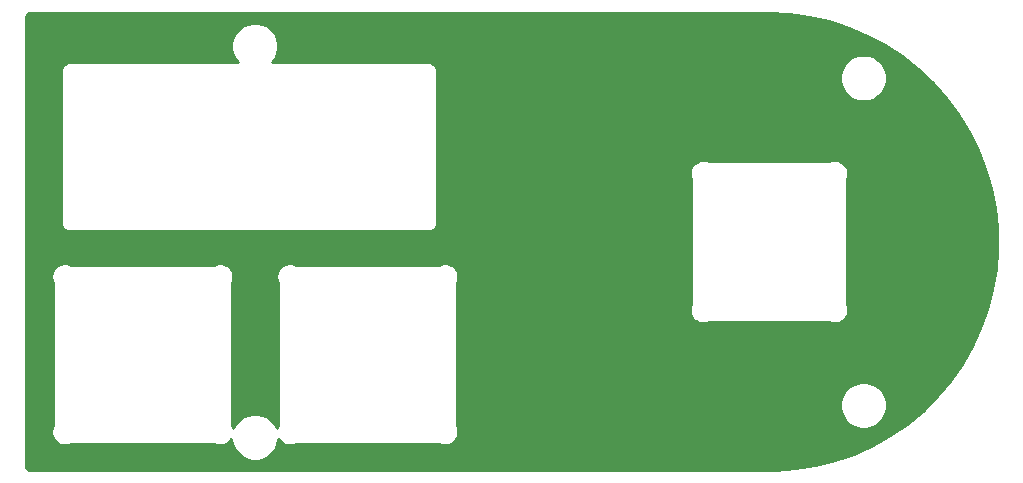
<source format=gbr>
%TF.GenerationSoftware,KiCad,Pcbnew,(5.1.9)-1*%
%TF.CreationDate,2021-11-30T14:52:09+01:00*%
%TF.ProjectId,Little_Big_Scroll_OLED,4c697474-6c65-45f4-9269-675f5363726f,v1.0*%
%TF.SameCoordinates,Original*%
%TF.FileFunction,Copper,L2,Bot*%
%TF.FilePolarity,Positive*%
%FSLAX46Y46*%
G04 Gerber Fmt 4.6, Leading zero omitted, Abs format (unit mm)*
G04 Created by KiCad (PCBNEW (5.1.9)-1) date 2021-11-30 14:52:09*
%MOMM*%
%LPD*%
G01*
G04 APERTURE LIST*
%TA.AperFunction,NonConductor*%
%ADD10C,0.254000*%
%TD*%
%TA.AperFunction,NonConductor*%
%ADD11C,0.100000*%
%TD*%
G04 APERTURE END LIST*
D10*
X221098706Y-92297197D02*
X222803819Y-92526222D01*
X224481811Y-92905913D01*
X226119415Y-93433267D01*
X227703645Y-94104102D01*
X229221976Y-94913112D01*
X230662394Y-95853901D01*
X232013458Y-96918994D01*
X233264504Y-98099984D01*
X234405606Y-99387499D01*
X235427747Y-100771366D01*
X236322816Y-102240608D01*
X237083738Y-103783603D01*
X237704480Y-105388128D01*
X238180136Y-107041486D01*
X238506933Y-108730582D01*
X238682287Y-110442044D01*
X238704806Y-112162299D01*
X238574313Y-113877773D01*
X238291845Y-115574833D01*
X237859634Y-117240073D01*
X237281099Y-118860310D01*
X236560832Y-120422692D01*
X235704526Y-121914864D01*
X234718970Y-123325002D01*
X233611950Y-124641960D01*
X232392253Y-125855287D01*
X231069527Y-126955386D01*
X229654243Y-127933549D01*
X228157614Y-128782025D01*
X226591472Y-129494108D01*
X224968237Y-130064147D01*
X223300765Y-130487631D01*
X221602234Y-130761212D01*
X219875748Y-130883454D01*
X219375715Y-130890000D01*
X156837279Y-130890000D01*
X156739576Y-130880420D01*
X156676643Y-130861420D01*
X156618594Y-130830554D01*
X156567657Y-130789011D01*
X156525752Y-130738356D01*
X156494485Y-130680529D01*
X156475044Y-130617728D01*
X156465000Y-130522165D01*
X156465000Y-114389612D01*
X158616400Y-114389612D01*
X158616400Y-114613188D01*
X158660017Y-114832467D01*
X158745000Y-115037634D01*
X158745001Y-127122364D01*
X158660017Y-127327533D01*
X158616400Y-127546812D01*
X158616400Y-127770388D01*
X158660017Y-127989667D01*
X158745576Y-128196224D01*
X158869788Y-128382120D01*
X158892532Y-128404864D01*
X158943289Y-128466711D01*
X159005136Y-128517468D01*
X159027880Y-128540212D01*
X159213776Y-128664424D01*
X159420333Y-128749983D01*
X159639612Y-128793600D01*
X159863188Y-128793600D01*
X160082467Y-128749983D01*
X160287633Y-128665000D01*
X172372367Y-128665000D01*
X172577533Y-128749983D01*
X172796812Y-128793600D01*
X173020388Y-128793600D01*
X173239667Y-128749983D01*
X173446224Y-128664424D01*
X173632120Y-128540212D01*
X173654864Y-128517468D01*
X173716711Y-128466711D01*
X173767468Y-128404864D01*
X173790212Y-128382120D01*
X173870000Y-128262709D01*
X173870000Y-128300505D01*
X173946282Y-128684003D01*
X174095915Y-129045250D01*
X174313149Y-129370364D01*
X174589636Y-129646851D01*
X174914750Y-129864085D01*
X175275997Y-130013718D01*
X175659495Y-130090000D01*
X176050505Y-130090000D01*
X176434003Y-130013718D01*
X176795250Y-129864085D01*
X177120364Y-129646851D01*
X177396851Y-129370364D01*
X177614085Y-129045250D01*
X177763718Y-128684003D01*
X177840000Y-128300505D01*
X177840000Y-128262709D01*
X177919788Y-128382120D01*
X177942532Y-128404864D01*
X177993289Y-128466711D01*
X178055136Y-128517468D01*
X178077880Y-128540212D01*
X178263776Y-128664424D01*
X178470333Y-128749983D01*
X178689612Y-128793600D01*
X178913188Y-128793600D01*
X179132467Y-128749983D01*
X179337633Y-128665000D01*
X191422367Y-128665000D01*
X191627533Y-128749983D01*
X191846812Y-128793600D01*
X192070388Y-128793600D01*
X192289667Y-128749983D01*
X192496224Y-128664424D01*
X192682120Y-128540212D01*
X192704864Y-128517468D01*
X192766711Y-128466711D01*
X192817468Y-128404864D01*
X192840212Y-128382120D01*
X192964424Y-128196224D01*
X193049983Y-127989667D01*
X193093600Y-127770388D01*
X193093600Y-127546812D01*
X193049983Y-127327533D01*
X192965000Y-127122367D01*
X192965000Y-125215901D01*
X225395000Y-125215901D01*
X225395000Y-125606911D01*
X225471282Y-125990409D01*
X225620915Y-126351656D01*
X225838149Y-126676770D01*
X226114636Y-126953257D01*
X226439750Y-127170491D01*
X226800997Y-127320124D01*
X227184495Y-127396406D01*
X227575505Y-127396406D01*
X227959003Y-127320124D01*
X228320250Y-127170491D01*
X228645364Y-126953257D01*
X228921851Y-126676770D01*
X229139085Y-126351656D01*
X229288718Y-125990409D01*
X229365000Y-125606911D01*
X229365000Y-125215901D01*
X229288718Y-124832403D01*
X229139085Y-124471156D01*
X228921851Y-124146042D01*
X228645364Y-123869555D01*
X228320250Y-123652321D01*
X227959003Y-123502688D01*
X227575505Y-123426406D01*
X227184495Y-123426406D01*
X226800997Y-123502688D01*
X226439750Y-123652321D01*
X226114636Y-123869555D01*
X225838149Y-124146042D01*
X225620915Y-124471156D01*
X225471282Y-124832403D01*
X225395000Y-125215901D01*
X192965000Y-125215901D01*
X192965000Y-115037633D01*
X193049983Y-114832467D01*
X193093600Y-114613188D01*
X193093600Y-114389612D01*
X193049983Y-114170333D01*
X192964424Y-113963776D01*
X192840212Y-113777880D01*
X192817468Y-113755136D01*
X192766711Y-113693289D01*
X192704864Y-113642532D01*
X192682120Y-113619788D01*
X192496224Y-113495576D01*
X192289667Y-113410017D01*
X192070388Y-113366400D01*
X191846812Y-113366400D01*
X191627533Y-113410017D01*
X191422367Y-113495000D01*
X179337633Y-113495000D01*
X179132467Y-113410017D01*
X178913188Y-113366400D01*
X178689612Y-113366400D01*
X178470333Y-113410017D01*
X178263776Y-113495576D01*
X178077880Y-113619788D01*
X178055136Y-113642532D01*
X177993289Y-113693289D01*
X177942532Y-113755136D01*
X177919788Y-113777880D01*
X177795576Y-113963776D01*
X177710017Y-114170333D01*
X177666400Y-114389612D01*
X177666400Y-114613188D01*
X177710017Y-114832467D01*
X177795000Y-115037634D01*
X177795001Y-127122364D01*
X177710017Y-127327533D01*
X177700769Y-127374025D01*
X177614085Y-127164750D01*
X177396851Y-126839636D01*
X177120364Y-126563149D01*
X176795250Y-126345915D01*
X176434003Y-126196282D01*
X176050505Y-126120000D01*
X175659495Y-126120000D01*
X175275997Y-126196282D01*
X174914750Y-126345915D01*
X174589636Y-126563149D01*
X174313149Y-126839636D01*
X174095915Y-127164750D01*
X174009231Y-127374025D01*
X173999983Y-127327533D01*
X173915000Y-127122367D01*
X173915000Y-115037633D01*
X173999983Y-114832467D01*
X174043600Y-114613188D01*
X174043600Y-114389612D01*
X173999983Y-114170333D01*
X173914424Y-113963776D01*
X173790212Y-113777880D01*
X173767468Y-113755136D01*
X173716711Y-113693289D01*
X173654864Y-113642532D01*
X173632120Y-113619788D01*
X173446224Y-113495576D01*
X173239667Y-113410017D01*
X173020388Y-113366400D01*
X172796812Y-113366400D01*
X172577533Y-113410017D01*
X172372367Y-113495000D01*
X160287633Y-113495000D01*
X160082467Y-113410017D01*
X159863188Y-113366400D01*
X159639612Y-113366400D01*
X159420333Y-113410017D01*
X159213776Y-113495576D01*
X159027880Y-113619788D01*
X159005136Y-113642532D01*
X158943289Y-113693289D01*
X158892532Y-113755136D01*
X158869788Y-113777880D01*
X158745576Y-113963776D01*
X158660017Y-114170333D01*
X158616400Y-114389612D01*
X156465000Y-114389612D01*
X156465000Y-97030000D01*
X159446831Y-97030000D01*
X159450000Y-97062174D01*
X159450001Y-109997816D01*
X159446831Y-110030000D01*
X159459478Y-110158402D01*
X159496931Y-110281870D01*
X159557752Y-110395659D01*
X159639604Y-110495396D01*
X159739341Y-110577248D01*
X159853130Y-110638069D01*
X159976598Y-110675522D01*
X160072826Y-110685000D01*
X160105000Y-110688169D01*
X160137174Y-110685000D01*
X190572826Y-110685000D01*
X190605000Y-110688169D01*
X190637174Y-110685000D01*
X190733402Y-110675522D01*
X190856870Y-110638069D01*
X190970659Y-110577248D01*
X191070396Y-110495396D01*
X191152248Y-110395659D01*
X191213069Y-110281870D01*
X191250522Y-110158402D01*
X191263169Y-110030000D01*
X191260000Y-109997826D01*
X191260000Y-105664612D01*
X212666400Y-105664612D01*
X212666400Y-105888188D01*
X212710017Y-106107467D01*
X212785000Y-106288492D01*
X212785001Y-116821506D01*
X212710017Y-117002533D01*
X212666400Y-117221812D01*
X212666400Y-117445388D01*
X212710017Y-117664667D01*
X212795576Y-117871224D01*
X212855296Y-117960601D01*
X212899333Y-118042989D01*
X212986183Y-118148817D01*
X213092011Y-118235667D01*
X213174399Y-118279704D01*
X213263776Y-118339424D01*
X213470333Y-118424983D01*
X213689612Y-118468600D01*
X213913188Y-118468600D01*
X214132467Y-118424983D01*
X214313491Y-118350000D01*
X224446509Y-118350000D01*
X224627533Y-118424983D01*
X224846812Y-118468600D01*
X225070388Y-118468600D01*
X225289667Y-118424983D01*
X225496224Y-118339424D01*
X225585601Y-118279704D01*
X225667989Y-118235667D01*
X225773817Y-118148817D01*
X225860667Y-118042989D01*
X225904704Y-117960601D01*
X225964424Y-117871224D01*
X226049983Y-117664667D01*
X226093600Y-117445388D01*
X226093600Y-117221812D01*
X226049983Y-117002533D01*
X225975000Y-116821509D01*
X225975000Y-106288491D01*
X226049983Y-106107467D01*
X226093600Y-105888188D01*
X226093600Y-105664612D01*
X226049983Y-105445333D01*
X225964424Y-105238776D01*
X225904704Y-105149399D01*
X225860667Y-105067011D01*
X225773817Y-104961183D01*
X225667989Y-104874333D01*
X225585601Y-104830296D01*
X225496224Y-104770576D01*
X225289667Y-104685017D01*
X225070388Y-104641400D01*
X224846812Y-104641400D01*
X224627533Y-104685017D01*
X224446509Y-104760000D01*
X214313491Y-104760000D01*
X214132467Y-104685017D01*
X213913188Y-104641400D01*
X213689612Y-104641400D01*
X213470333Y-104685017D01*
X213263776Y-104770576D01*
X213174399Y-104830296D01*
X213092011Y-104874333D01*
X212986183Y-104961183D01*
X212899333Y-105067011D01*
X212855296Y-105149399D01*
X212795576Y-105238776D01*
X212710017Y-105445333D01*
X212666400Y-105664612D01*
X191260000Y-105664612D01*
X191260000Y-97503089D01*
X225395000Y-97503089D01*
X225395000Y-97894099D01*
X225471282Y-98277597D01*
X225620915Y-98638844D01*
X225838149Y-98963958D01*
X226114636Y-99240445D01*
X226439750Y-99457679D01*
X226800997Y-99607312D01*
X227184495Y-99683594D01*
X227575505Y-99683594D01*
X227959003Y-99607312D01*
X228320250Y-99457679D01*
X228645364Y-99240445D01*
X228921851Y-98963958D01*
X229139085Y-98638844D01*
X229288718Y-98277597D01*
X229365000Y-97894099D01*
X229365000Y-97503089D01*
X229288718Y-97119591D01*
X229139085Y-96758344D01*
X228921851Y-96433230D01*
X228645364Y-96156743D01*
X228320250Y-95939509D01*
X227959003Y-95789876D01*
X227575505Y-95713594D01*
X227184495Y-95713594D01*
X226800997Y-95789876D01*
X226439750Y-95939509D01*
X226114636Y-96156743D01*
X225838149Y-96433230D01*
X225620915Y-96758344D01*
X225471282Y-97119591D01*
X225395000Y-97503089D01*
X191260000Y-97503089D01*
X191260000Y-97062174D01*
X191263169Y-97030000D01*
X191250522Y-96901598D01*
X191213069Y-96778130D01*
X191152248Y-96664341D01*
X191070396Y-96564604D01*
X190970659Y-96482752D01*
X190856870Y-96421931D01*
X190733402Y-96384478D01*
X190637174Y-96375000D01*
X190605000Y-96371831D01*
X190572826Y-96375000D01*
X177292215Y-96375000D01*
X177396851Y-96270364D01*
X177614085Y-95945250D01*
X177763718Y-95584003D01*
X177840000Y-95200505D01*
X177840000Y-94809495D01*
X177763718Y-94425997D01*
X177614085Y-94064750D01*
X177396851Y-93739636D01*
X177120364Y-93463149D01*
X176795250Y-93245915D01*
X176434003Y-93096282D01*
X176050505Y-93020000D01*
X175659495Y-93020000D01*
X175275997Y-93096282D01*
X174914750Y-93245915D01*
X174589636Y-93463149D01*
X174313149Y-93739636D01*
X174095915Y-94064750D01*
X173946282Y-94425997D01*
X173870000Y-94809495D01*
X173870000Y-95200505D01*
X173946282Y-95584003D01*
X174095915Y-95945250D01*
X174313149Y-96270364D01*
X174417785Y-96375000D01*
X160137174Y-96375000D01*
X160105000Y-96371831D01*
X160072826Y-96375000D01*
X159976598Y-96384478D01*
X159853130Y-96421931D01*
X159739341Y-96482752D01*
X159639604Y-96564604D01*
X159557752Y-96664341D01*
X159496931Y-96778130D01*
X159459478Y-96901598D01*
X159446831Y-97030000D01*
X156465000Y-97030000D01*
X156465000Y-92592279D01*
X156474580Y-92494576D01*
X156493580Y-92431644D01*
X156524445Y-92373595D01*
X156565989Y-92322657D01*
X156616644Y-92280752D01*
X156674471Y-92249485D01*
X156737272Y-92230044D01*
X156832835Y-92220000D01*
X219365321Y-92220000D01*
X221098706Y-92297197D01*
%TA.AperFunction,NonConductor*%
D11*
G36*
X221098706Y-92297197D02*
G01*
X222803819Y-92526222D01*
X224481811Y-92905913D01*
X226119415Y-93433267D01*
X227703645Y-94104102D01*
X229221976Y-94913112D01*
X230662394Y-95853901D01*
X232013458Y-96918994D01*
X233264504Y-98099984D01*
X234405606Y-99387499D01*
X235427747Y-100771366D01*
X236322816Y-102240608D01*
X237083738Y-103783603D01*
X237704480Y-105388128D01*
X238180136Y-107041486D01*
X238506933Y-108730582D01*
X238682287Y-110442044D01*
X238704806Y-112162299D01*
X238574313Y-113877773D01*
X238291845Y-115574833D01*
X237859634Y-117240073D01*
X237281099Y-118860310D01*
X236560832Y-120422692D01*
X235704526Y-121914864D01*
X234718970Y-123325002D01*
X233611950Y-124641960D01*
X232392253Y-125855287D01*
X231069527Y-126955386D01*
X229654243Y-127933549D01*
X228157614Y-128782025D01*
X226591472Y-129494108D01*
X224968237Y-130064147D01*
X223300765Y-130487631D01*
X221602234Y-130761212D01*
X219875748Y-130883454D01*
X219375715Y-130890000D01*
X156837279Y-130890000D01*
X156739576Y-130880420D01*
X156676643Y-130861420D01*
X156618594Y-130830554D01*
X156567657Y-130789011D01*
X156525752Y-130738356D01*
X156494485Y-130680529D01*
X156475044Y-130617728D01*
X156465000Y-130522165D01*
X156465000Y-114389612D01*
X158616400Y-114389612D01*
X158616400Y-114613188D01*
X158660017Y-114832467D01*
X158745000Y-115037634D01*
X158745001Y-127122364D01*
X158660017Y-127327533D01*
X158616400Y-127546812D01*
X158616400Y-127770388D01*
X158660017Y-127989667D01*
X158745576Y-128196224D01*
X158869788Y-128382120D01*
X158892532Y-128404864D01*
X158943289Y-128466711D01*
X159005136Y-128517468D01*
X159027880Y-128540212D01*
X159213776Y-128664424D01*
X159420333Y-128749983D01*
X159639612Y-128793600D01*
X159863188Y-128793600D01*
X160082467Y-128749983D01*
X160287633Y-128665000D01*
X172372367Y-128665000D01*
X172577533Y-128749983D01*
X172796812Y-128793600D01*
X173020388Y-128793600D01*
X173239667Y-128749983D01*
X173446224Y-128664424D01*
X173632120Y-128540212D01*
X173654864Y-128517468D01*
X173716711Y-128466711D01*
X173767468Y-128404864D01*
X173790212Y-128382120D01*
X173870000Y-128262709D01*
X173870000Y-128300505D01*
X173946282Y-128684003D01*
X174095915Y-129045250D01*
X174313149Y-129370364D01*
X174589636Y-129646851D01*
X174914750Y-129864085D01*
X175275997Y-130013718D01*
X175659495Y-130090000D01*
X176050505Y-130090000D01*
X176434003Y-130013718D01*
X176795250Y-129864085D01*
X177120364Y-129646851D01*
X177396851Y-129370364D01*
X177614085Y-129045250D01*
X177763718Y-128684003D01*
X177840000Y-128300505D01*
X177840000Y-128262709D01*
X177919788Y-128382120D01*
X177942532Y-128404864D01*
X177993289Y-128466711D01*
X178055136Y-128517468D01*
X178077880Y-128540212D01*
X178263776Y-128664424D01*
X178470333Y-128749983D01*
X178689612Y-128793600D01*
X178913188Y-128793600D01*
X179132467Y-128749983D01*
X179337633Y-128665000D01*
X191422367Y-128665000D01*
X191627533Y-128749983D01*
X191846812Y-128793600D01*
X192070388Y-128793600D01*
X192289667Y-128749983D01*
X192496224Y-128664424D01*
X192682120Y-128540212D01*
X192704864Y-128517468D01*
X192766711Y-128466711D01*
X192817468Y-128404864D01*
X192840212Y-128382120D01*
X192964424Y-128196224D01*
X193049983Y-127989667D01*
X193093600Y-127770388D01*
X193093600Y-127546812D01*
X193049983Y-127327533D01*
X192965000Y-127122367D01*
X192965000Y-125215901D01*
X225395000Y-125215901D01*
X225395000Y-125606911D01*
X225471282Y-125990409D01*
X225620915Y-126351656D01*
X225838149Y-126676770D01*
X226114636Y-126953257D01*
X226439750Y-127170491D01*
X226800997Y-127320124D01*
X227184495Y-127396406D01*
X227575505Y-127396406D01*
X227959003Y-127320124D01*
X228320250Y-127170491D01*
X228645364Y-126953257D01*
X228921851Y-126676770D01*
X229139085Y-126351656D01*
X229288718Y-125990409D01*
X229365000Y-125606911D01*
X229365000Y-125215901D01*
X229288718Y-124832403D01*
X229139085Y-124471156D01*
X228921851Y-124146042D01*
X228645364Y-123869555D01*
X228320250Y-123652321D01*
X227959003Y-123502688D01*
X227575505Y-123426406D01*
X227184495Y-123426406D01*
X226800997Y-123502688D01*
X226439750Y-123652321D01*
X226114636Y-123869555D01*
X225838149Y-124146042D01*
X225620915Y-124471156D01*
X225471282Y-124832403D01*
X225395000Y-125215901D01*
X192965000Y-125215901D01*
X192965000Y-115037633D01*
X193049983Y-114832467D01*
X193093600Y-114613188D01*
X193093600Y-114389612D01*
X193049983Y-114170333D01*
X192964424Y-113963776D01*
X192840212Y-113777880D01*
X192817468Y-113755136D01*
X192766711Y-113693289D01*
X192704864Y-113642532D01*
X192682120Y-113619788D01*
X192496224Y-113495576D01*
X192289667Y-113410017D01*
X192070388Y-113366400D01*
X191846812Y-113366400D01*
X191627533Y-113410017D01*
X191422367Y-113495000D01*
X179337633Y-113495000D01*
X179132467Y-113410017D01*
X178913188Y-113366400D01*
X178689612Y-113366400D01*
X178470333Y-113410017D01*
X178263776Y-113495576D01*
X178077880Y-113619788D01*
X178055136Y-113642532D01*
X177993289Y-113693289D01*
X177942532Y-113755136D01*
X177919788Y-113777880D01*
X177795576Y-113963776D01*
X177710017Y-114170333D01*
X177666400Y-114389612D01*
X177666400Y-114613188D01*
X177710017Y-114832467D01*
X177795000Y-115037634D01*
X177795001Y-127122364D01*
X177710017Y-127327533D01*
X177700769Y-127374025D01*
X177614085Y-127164750D01*
X177396851Y-126839636D01*
X177120364Y-126563149D01*
X176795250Y-126345915D01*
X176434003Y-126196282D01*
X176050505Y-126120000D01*
X175659495Y-126120000D01*
X175275997Y-126196282D01*
X174914750Y-126345915D01*
X174589636Y-126563149D01*
X174313149Y-126839636D01*
X174095915Y-127164750D01*
X174009231Y-127374025D01*
X173999983Y-127327533D01*
X173915000Y-127122367D01*
X173915000Y-115037633D01*
X173999983Y-114832467D01*
X174043600Y-114613188D01*
X174043600Y-114389612D01*
X173999983Y-114170333D01*
X173914424Y-113963776D01*
X173790212Y-113777880D01*
X173767468Y-113755136D01*
X173716711Y-113693289D01*
X173654864Y-113642532D01*
X173632120Y-113619788D01*
X173446224Y-113495576D01*
X173239667Y-113410017D01*
X173020388Y-113366400D01*
X172796812Y-113366400D01*
X172577533Y-113410017D01*
X172372367Y-113495000D01*
X160287633Y-113495000D01*
X160082467Y-113410017D01*
X159863188Y-113366400D01*
X159639612Y-113366400D01*
X159420333Y-113410017D01*
X159213776Y-113495576D01*
X159027880Y-113619788D01*
X159005136Y-113642532D01*
X158943289Y-113693289D01*
X158892532Y-113755136D01*
X158869788Y-113777880D01*
X158745576Y-113963776D01*
X158660017Y-114170333D01*
X158616400Y-114389612D01*
X156465000Y-114389612D01*
X156465000Y-97030000D01*
X159446831Y-97030000D01*
X159450000Y-97062174D01*
X159450001Y-109997816D01*
X159446831Y-110030000D01*
X159459478Y-110158402D01*
X159496931Y-110281870D01*
X159557752Y-110395659D01*
X159639604Y-110495396D01*
X159739341Y-110577248D01*
X159853130Y-110638069D01*
X159976598Y-110675522D01*
X160072826Y-110685000D01*
X160105000Y-110688169D01*
X160137174Y-110685000D01*
X190572826Y-110685000D01*
X190605000Y-110688169D01*
X190637174Y-110685000D01*
X190733402Y-110675522D01*
X190856870Y-110638069D01*
X190970659Y-110577248D01*
X191070396Y-110495396D01*
X191152248Y-110395659D01*
X191213069Y-110281870D01*
X191250522Y-110158402D01*
X191263169Y-110030000D01*
X191260000Y-109997826D01*
X191260000Y-105664612D01*
X212666400Y-105664612D01*
X212666400Y-105888188D01*
X212710017Y-106107467D01*
X212785000Y-106288492D01*
X212785001Y-116821506D01*
X212710017Y-117002533D01*
X212666400Y-117221812D01*
X212666400Y-117445388D01*
X212710017Y-117664667D01*
X212795576Y-117871224D01*
X212855296Y-117960601D01*
X212899333Y-118042989D01*
X212986183Y-118148817D01*
X213092011Y-118235667D01*
X213174399Y-118279704D01*
X213263776Y-118339424D01*
X213470333Y-118424983D01*
X213689612Y-118468600D01*
X213913188Y-118468600D01*
X214132467Y-118424983D01*
X214313491Y-118350000D01*
X224446509Y-118350000D01*
X224627533Y-118424983D01*
X224846812Y-118468600D01*
X225070388Y-118468600D01*
X225289667Y-118424983D01*
X225496224Y-118339424D01*
X225585601Y-118279704D01*
X225667989Y-118235667D01*
X225773817Y-118148817D01*
X225860667Y-118042989D01*
X225904704Y-117960601D01*
X225964424Y-117871224D01*
X226049983Y-117664667D01*
X226093600Y-117445388D01*
X226093600Y-117221812D01*
X226049983Y-117002533D01*
X225975000Y-116821509D01*
X225975000Y-106288491D01*
X226049983Y-106107467D01*
X226093600Y-105888188D01*
X226093600Y-105664612D01*
X226049983Y-105445333D01*
X225964424Y-105238776D01*
X225904704Y-105149399D01*
X225860667Y-105067011D01*
X225773817Y-104961183D01*
X225667989Y-104874333D01*
X225585601Y-104830296D01*
X225496224Y-104770576D01*
X225289667Y-104685017D01*
X225070388Y-104641400D01*
X224846812Y-104641400D01*
X224627533Y-104685017D01*
X224446509Y-104760000D01*
X214313491Y-104760000D01*
X214132467Y-104685017D01*
X213913188Y-104641400D01*
X213689612Y-104641400D01*
X213470333Y-104685017D01*
X213263776Y-104770576D01*
X213174399Y-104830296D01*
X213092011Y-104874333D01*
X212986183Y-104961183D01*
X212899333Y-105067011D01*
X212855296Y-105149399D01*
X212795576Y-105238776D01*
X212710017Y-105445333D01*
X212666400Y-105664612D01*
X191260000Y-105664612D01*
X191260000Y-97503089D01*
X225395000Y-97503089D01*
X225395000Y-97894099D01*
X225471282Y-98277597D01*
X225620915Y-98638844D01*
X225838149Y-98963958D01*
X226114636Y-99240445D01*
X226439750Y-99457679D01*
X226800997Y-99607312D01*
X227184495Y-99683594D01*
X227575505Y-99683594D01*
X227959003Y-99607312D01*
X228320250Y-99457679D01*
X228645364Y-99240445D01*
X228921851Y-98963958D01*
X229139085Y-98638844D01*
X229288718Y-98277597D01*
X229365000Y-97894099D01*
X229365000Y-97503089D01*
X229288718Y-97119591D01*
X229139085Y-96758344D01*
X228921851Y-96433230D01*
X228645364Y-96156743D01*
X228320250Y-95939509D01*
X227959003Y-95789876D01*
X227575505Y-95713594D01*
X227184495Y-95713594D01*
X226800997Y-95789876D01*
X226439750Y-95939509D01*
X226114636Y-96156743D01*
X225838149Y-96433230D01*
X225620915Y-96758344D01*
X225471282Y-97119591D01*
X225395000Y-97503089D01*
X191260000Y-97503089D01*
X191260000Y-97062174D01*
X191263169Y-97030000D01*
X191250522Y-96901598D01*
X191213069Y-96778130D01*
X191152248Y-96664341D01*
X191070396Y-96564604D01*
X190970659Y-96482752D01*
X190856870Y-96421931D01*
X190733402Y-96384478D01*
X190637174Y-96375000D01*
X190605000Y-96371831D01*
X190572826Y-96375000D01*
X177292215Y-96375000D01*
X177396851Y-96270364D01*
X177614085Y-95945250D01*
X177763718Y-95584003D01*
X177840000Y-95200505D01*
X177840000Y-94809495D01*
X177763718Y-94425997D01*
X177614085Y-94064750D01*
X177396851Y-93739636D01*
X177120364Y-93463149D01*
X176795250Y-93245915D01*
X176434003Y-93096282D01*
X176050505Y-93020000D01*
X175659495Y-93020000D01*
X175275997Y-93096282D01*
X174914750Y-93245915D01*
X174589636Y-93463149D01*
X174313149Y-93739636D01*
X174095915Y-94064750D01*
X173946282Y-94425997D01*
X173870000Y-94809495D01*
X173870000Y-95200505D01*
X173946282Y-95584003D01*
X174095915Y-95945250D01*
X174313149Y-96270364D01*
X174417785Y-96375000D01*
X160137174Y-96375000D01*
X160105000Y-96371831D01*
X160072826Y-96375000D01*
X159976598Y-96384478D01*
X159853130Y-96421931D01*
X159739341Y-96482752D01*
X159639604Y-96564604D01*
X159557752Y-96664341D01*
X159496931Y-96778130D01*
X159459478Y-96901598D01*
X159446831Y-97030000D01*
X156465000Y-97030000D01*
X156465000Y-92592279D01*
X156474580Y-92494576D01*
X156493580Y-92431644D01*
X156524445Y-92373595D01*
X156565989Y-92322657D01*
X156616644Y-92280752D01*
X156674471Y-92249485D01*
X156737272Y-92230044D01*
X156832835Y-92220000D01*
X219365321Y-92220000D01*
X221098706Y-92297197D01*
G37*
%TD.AperFunction*%
M02*

</source>
